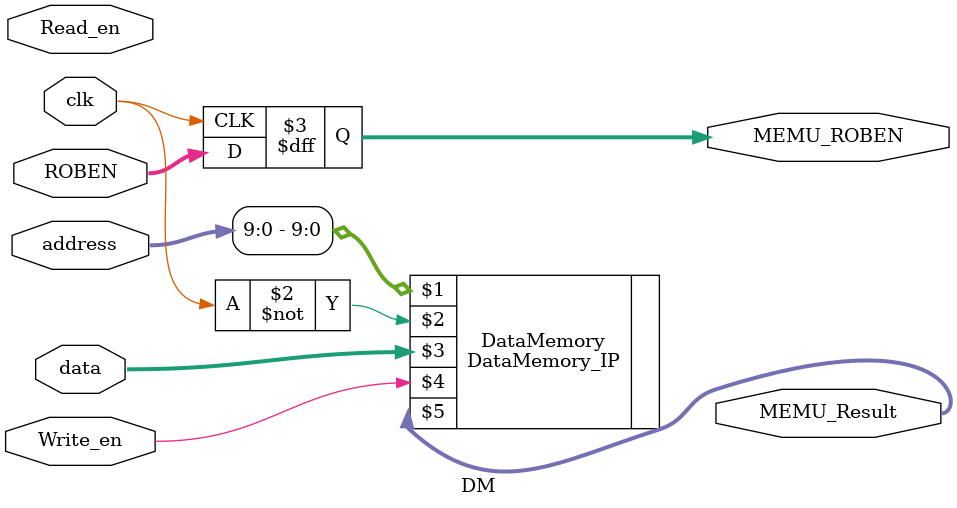
<source format=v>


module DM
(
    input clk, 
    input [4:0] ROBEN,
    input Read_en, Write_en,
    input [31 : 0] address,
    input [31 : 0] data,
    output reg [4:0] MEMU_ROBEN,
`ifdef vscode
    output reg [31:0] MEMU_Result
`else
    output [31:0] MEMU_Result
`endif
);
integer i;



`ifdef vscode
reg [31 : 0] DataMem [0 : 1023];
always @(negedge clk) begin
    if (Read_en) begin
        MEMU_Result <= DataMem[address[9:0]];
    end
    if (Write_en) begin
        DataMem[address] <= data;
    end
    MEMU_ROBEN <= ROBEN;
end
initial begin
for (i = 0; i < 1024; i = i + 1)
    DataMem[i] = 0;

`ifdef test
`include "./Memory Unit/DM_INIT.INIT"
`else
`include "DM_INIT.INIT"
`endif 
end

`else
always@(negedge clk) begin
    MEMU_ROBEN <= ROBEN;
end
DataMemory_IP DataMemory
(
	address[9:0],
	~clk,
	data,
	Write_en,
	MEMU_Result
);

`endif





`ifdef vscode
initial begin
  #(`MAX_CLOCKS + `reset);
  // iterating through some of the addresses of the memory to check if the program loaded and stored the values properly
  $display("Data Memory Content : ");
  for (i = 0; i <= 50; i = i + 1)
    $display("Mem[%d] = %d",i[5:0],$signed(DataMem[i]));
end 
`endif
endmodule

</source>
